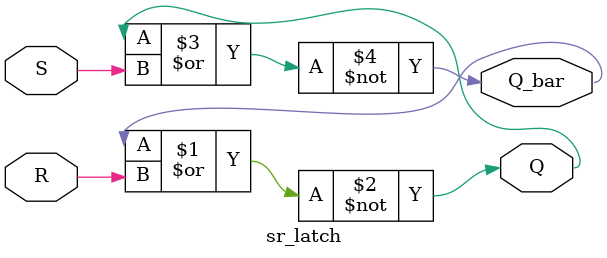
<source format=v>
`timescale 1ns / 1ps

module sr_latch(
output Q,
output Q_bar,
input R,
input S
    );
nor g1(Q,Q_bar,R);
nor g2(Q_bar,Q,S);
endmodule

</source>
